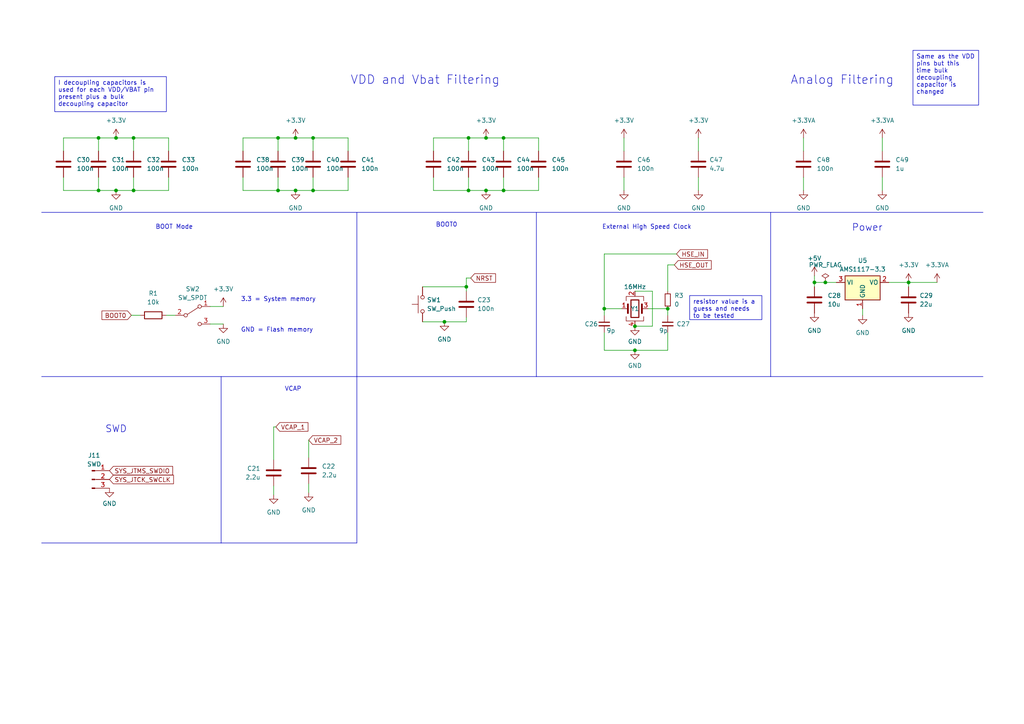
<source format=kicad_sch>
(kicad_sch (version 20230121) (generator eeschema)
  (paper "A4")
  (lib_symbols
    (symbol "Connector:Conn_01x03_Pin" (pin_names (offset 1.016) hide)
      (property "Reference" "J" (at 0 5.08 0))
      (property "Value" "Conn_01x03_Pin" (at 0 -5.08 0))
      (symbol "Conn_01x03_Pin_1_1"
        (polyline (pts (xy 1.27 -2.54) (xy 0.8636 -2.54)) (stroke (width 0.1524)))
        (polyline (pts (xy 1.27 0) (xy 0.8636 0)) (stroke (width 0.1524)))
        (polyline (pts (xy 1.27 2.54) (xy 0.8636 2.54)) (stroke (width 0.1524)))
        (rectangle (start 0.8636 -2.413) (end 0 -2.667) (stroke (width 0.1524)) (fill (type outline)))
        (rectangle (start 0.8636 0.127) (end 0 -0.127) (stroke (width 0.1524)) (fill (type outline)))
        (rectangle (start 0.8636 2.667) (end 0 2.413) (stroke (width 0.1524)) (fill (type outline)))
        (pin passive line (at 5.08 2.54 180) (length 3.81) (name "Pin_1") (number "1"))
        (pin passive line (at 5.08 0 180) (length 3.81) (name "Pin_2") (number "2"))
        (pin passive line (at 5.08 -2.54 180) (length 3.81) (name "Pin_3") (number "3"))
      )
    )
    (symbol "Device:C" (pin_numbers hide) (pin_names (offset 0.254))
      (property "Reference" "C" (at 0.635 2.54 0))
      (property "Value" "C" (at 0.635 -2.54 0))
      (symbol "C_0_1"
        (polyline (pts (xy -2.032 -0.762) (xy 2.032 -0.762)) (stroke (width 0.508)))
        (polyline (pts (xy -2.032 0.762) (xy 2.032 0.762)) (stroke (width 0.508)))
      )
      (symbol "C_1_1"
        (pin passive line (at 0 3.81 270) (length 2.794) (name "~") (number "1"))
        (pin passive line (at 0 -3.81 90) (length 2.794) (name "~") (number "2"))
      )
    )
    (symbol "Device:C_Small" (pin_numbers hide) (pin_names (offset 0.254) hide)
      (property "Reference" "C" (at 0.254 1.778 0))
      (property "Value" "C_Small" (at 0.254 -2.032 0))
      (symbol "C_Small_0_1"
        (polyline (pts (xy -1.524 -0.508) (xy 1.524 -0.508)) (stroke (width 0.3302)))
        (polyline (pts (xy -1.524 0.508) (xy 1.524 0.508)) (stroke (width 0.3048)))
      )
      (symbol "C_Small_1_1"
        (pin passive line (at 0 2.54 270) (length 2.032) (name "~") (number "1"))
        (pin passive line (at 0 -2.54 90) (length 2.032) (name "~") (number "2"))
      )
    )
    (symbol "Device:Crystal_GND24" (pin_names (offset 1.016) hide)
      (property "Reference" "Y" (at 3.175 5.08 0))
      (property "Value" "Crystal_GND24" (at 3.175 3.175 0))
      (symbol "Crystal_GND24_0_1"
        (rectangle (start -1.143 2.54) (end 1.143 -2.54) (stroke (width 0.3048)))
        (polyline (pts (xy -2.54 0) (xy -2.032 0)))
        (polyline (pts (xy -2.032 -1.27) (xy -2.032 1.27)) (stroke (width 0.508)))
        (polyline (pts (xy 0 -3.81) (xy 0 -3.556)))
        (polyline (pts (xy 0 3.556) (xy 0 3.81)))
        (polyline (pts (xy 2.032 -1.27) (xy 2.032 1.27)) (stroke (width 0.508)))
        (polyline (pts (xy 2.032 0) (xy 2.54 0)))
        (polyline (pts (xy -2.54 -2.286) (xy -2.54 -3.556) (xy 2.54 -3.556) (xy 2.54 -2.286)))
        (polyline (pts (xy -2.54 2.286) (xy -2.54 3.556) (xy 2.54 3.556) (xy 2.54 2.286)))
      )
      (symbol "Crystal_GND24_1_1"
        (pin passive line (at -3.81 0 0) (length 1.27) (name "1") (number "1"))
        (pin passive line (at 0 5.08 270) (length 1.27) (name "2") (number "2"))
        (pin passive line (at 3.81 0 180) (length 1.27) (name "3") (number "3"))
        (pin passive line (at 0 -5.08 90) (length 1.27) (name "4") (number "4"))
      )
    )
    (symbol "Device:R" (pin_numbers hide) (pin_names (offset 0))
      (property "Reference" "R" (at 2.032 0 90))
      (property "Value" "R" (at 0 0 90))
      (symbol "R_0_1"
        (rectangle (start -1.016 -2.54) (end 1.016 2.54) (stroke (width 0.254)))
      )
      (symbol "R_1_1"
        (pin passive line (at 0 3.81 270) (length 1.27) (name "~") (number "1"))
        (pin passive line (at 0 -3.81 90) (length 1.27) (name "~") (number "2"))
      )
    )
    (symbol "Device:R_Small" (pin_numbers hide) (pin_names (offset 0.254) hide)
      (property "Reference" "R" (at 0.762 0.508 0))
      (property "Value" "R_Small" (at 0.762 -1.016 0))
      (symbol "R_Small_0_1"
        (rectangle (start -0.762 1.778) (end 0.762 -1.778) (stroke (width 0.2032)))
      )
      (symbol "R_Small_1_1"
        (pin passive line (at 0 2.54 270) (length 0.762) (name "~") (number "1"))
        (pin passive line (at 0 -2.54 90) (length 0.762) (name "~") (number "2"))
      )
    )
    (symbol "Regulator_Linear:AMS1117-3.3"
      (property "Reference" "U" (at -3.81 3.175 0))
      (property "Value" "AMS1117-3.3" (at 0 3.175 0))
      (symbol "AMS1117-3.3_0_1"
        (rectangle (start -5.08 -5.08) (end 5.08 1.905) (stroke (width 0.254)) (fill (type background)))
      )
      (symbol "AMS1117-3.3_1_1"
        (pin power_in line (at 0 -7.62 90) (length 2.54) (name "GND") (number "1"))
        (pin power_out line (at 7.62 0 180) (length 2.54) (name "VO") (number "2"))
        (pin power_in line (at -7.62 0 0) (length 2.54) (name "VI") (number "3"))
      )
    )
    (symbol "Switch:SW_Push" (pin_numbers hide) (pin_names (offset 1.016) hide)
      (property "Reference" "SW" (at 1.27 2.54 0))
      (property "Value" "SW_Push" (at 0 -1.524 0))
      (symbol "SW_Push_0_1"
        (circle (center -2.032 0) (radius 0.508))
        (polyline (pts (xy 0 1.27) (xy 0 3.048)))
        (polyline (pts (xy 2.54 1.27) (xy -2.54 1.27)))
        (circle (center 2.032 0) (radius 0.508))
        (pin passive line (at -5.08 0 0) (length 2.54) (name "1") (number "1"))
        (pin passive line (at 5.08 0 180) (length 2.54) (name "2") (number "2"))
      )
    )
    (symbol "Switch:SW_SPDT" (pin_names (offset 0) hide)
      (property "Reference" "SW" (at 0 4.318 0))
      (property "Value" "SW_SPDT" (at 0 -5.08 0))
      (symbol "SW_SPDT_0_0"
        (circle (center -2.032 0) (radius 0.508))
        (circle (center 2.032 -2.54) (radius 0.508))
      )
      (symbol "SW_SPDT_0_1"
        (polyline (pts (xy -1.524 0.254) (xy 1.651 2.286)))
        (circle (center 2.032 2.54) (radius 0.508))
      )
      (symbol "SW_SPDT_1_1"
        (pin passive line (at 5.08 2.54 180) (length 2.54) (name "A") (number "1"))
        (pin passive line (at -5.08 0 0) (length 2.54) (name "B") (number "2"))
        (pin passive line (at 5.08 -2.54 180) (length 2.54) (name "C") (number "3"))
      )
    )
    (symbol "power:+3.3V" (power) (pin_names (offset 0))
      (property "Value" "+3.3V" (at 0 3.556 0))
      (symbol "+3.3V_0_1"
        (polyline (pts (xy -0.762 1.27) (xy 0 2.54)))
        (polyline (pts (xy 0 0) (xy 0 2.54)))
        (polyline (pts (xy 0 2.54) (xy 0.762 1.27)))
      )
      (symbol "+3.3V_1_1"
        (pin power_in line (at 0 0 90) (length 0) hide (name "+3.3V") (number "1"))
      )
    )
    (symbol "power:+3.3VA" (power) (pin_names (offset 0))
      (property "Value" "+3.3VA" (at 0 3.556 0))
      (symbol "+3.3VA_0_1"
        (polyline (pts (xy -0.762 1.27) (xy 0 2.54)))
        (polyline (pts (xy 0 0) (xy 0 2.54)))
        (polyline (pts (xy 0 2.54) (xy 0.762 1.27)))
      )
      (symbol "+3.3VA_1_1"
        (pin power_in line (at 0 0 90) (length 0) hide (name "+3.3VA") (number "1"))
      )
    )
    (symbol "power:+5V" (power) (pin_names (offset 0))
      (property "Value" "+5V" (at 0 3.556 0))
      (symbol "+5V_0_1"
        (polyline (pts (xy -0.762 1.27) (xy 0 2.54)))
        (polyline (pts (xy 0 0) (xy 0 2.54)))
        (polyline (pts (xy 0 2.54) (xy 0.762 1.27)))
      )
      (symbol "+5V_1_1"
        (pin power_in line (at 0 0 90) (length 0) hide (name "+5V") (number "1"))
      )
    )
    (symbol "power:GND" (power) (pin_names (offset 0))
      (property "Value" "GND" (at 0 -3.81 0))
      (symbol "GND_0_1"
        (polyline (pts (xy 0 0) (xy 0 -1.27) (xy 1.27 -1.27) (xy 0 -2.54) (xy -1.27 -1.27) (xy 0 -1.27)))
      )
      (symbol "GND_1_1"
        (pin power_in line (at 0 0 270) (length 0) hide (name "GND") (number "1"))
      )
    )
    (symbol "power:PWR_FLAG" (power) (pin_numbers hide) (pin_names (offset 0) hide)
      (property "Value" "PWR_FLAG" (at 0 3.81 0))
      (symbol "PWR_FLAG_0_0"
        (pin power_out line (at 0 0 90) (length 0) (name "pwr") (number "1"))
      )
      (symbol "PWR_FLAG_0_1"
        (polyline (pts (xy 0 0) (xy 0 1.27) (xy -1.016 1.905) (xy 0 2.54) (xy 1.016 1.905) (xy 0 1.27)))
      )
    )
  )
  (junction (at 236.22 81.915))
  (junction (at 263.525 81.915))
  (junction (at 184.15 94.615))
  (junction (at 85.725 55.245))
  (junction (at 146.05 40.005))
  (junction (at 90.805 40.005))
  (junction (at 28.575 40.005))
  (junction (at 80.645 40.005))
  (junction (at 90.805 55.245))
  (junction (at 184.15 101.6))
  (junction (at 128.905 93.345))
  (junction (at 38.735 55.245))
  (junction (at 38.735 40.005))
  (junction (at 85.725 40.005))
  (junction (at 33.655 40.005))
  (junction (at 193.675 89.535))
  (junction (at 80.645 55.245))
  (junction (at 135.255 83.185))
  (junction (at 28.575 55.245))
  (junction (at 140.97 40.005))
  (junction (at 239.395 81.915))
  (junction (at 33.655 55.245))
  (junction (at 140.97 55.245))
  (junction (at 146.05 55.245))
  (junction (at 135.89 55.245))
  (junction (at 135.89 40.005))
  (junction (at 175.26 89.535))
  (wire (pts (xy 80.645 55.245) (xy 85.725 55.245)))
  (wire (pts (xy 48.895 40.005) (xy 48.895 43.815)))
  (wire (pts (xy 175.26 101.6) (xy 184.15 101.6)))
  (wire (pts (xy 90.805 40.005) (xy 100.965 40.005)))
  (wire (pts (xy 125.73 51.435) (xy 125.73 55.245)))
  (wire (pts (xy 18.415 51.435) (xy 18.415 55.245)))
  (wire (pts (xy 236.22 80.01) (xy 236.22 81.915)))
  (wire (pts (xy 85.725 55.245) (xy 90.805 55.245)))
  (wire (pts (xy 70.485 51.435) (xy 70.485 55.245)))
  (wire (pts (xy 79.375 123.825) (xy 79.375 133.35)))
  (wire (pts (xy 18.415 40.005) (xy 28.575 40.005)))
  (polyline (pts (xy 285.115 109.22) (xy 223.52 109.22)))
  (wire (pts (xy 80.645 51.435) (xy 80.645 55.245)))
  (wire (pts (xy 175.26 73.66) (xy 196.215 73.66)))
  (wire (pts (xy 122.555 83.185) (xy 135.255 83.185)))
  (wire (pts (xy 80.645 40.005) (xy 80.645 43.815)))
  (wire (pts (xy 233.045 51.435) (xy 233.045 55.245)))
  (wire (pts (xy 193.675 91.44) (xy 193.675 89.535)))
  (wire (pts (xy 135.89 51.435) (xy 135.89 55.245)))
  (wire (pts (xy 175.26 89.535) (xy 175.26 91.44)))
  (wire (pts (xy 146.05 40.005) (xy 146.05 43.815)))
  (polyline (pts (xy 155.575 109.22) (xy 103.505 109.22)))
  (polyline (pts (xy 155.575 109.22) (xy 155.575 61.595)))
  (wire (pts (xy 233.045 40.005) (xy 233.045 43.815)))
  (wire (pts (xy 140.97 55.245) (xy 146.05 55.245)))
  (wire (pts (xy 79.375 140.97) (xy 79.375 143.51)))
  (polyline (pts (xy 12.065 61.595) (xy 285.115 61.595)))
  (wire (pts (xy 125.73 40.005) (xy 135.89 40.005)))
  (wire (pts (xy 189.23 84.455) (xy 189.23 94.615)))
  (wire (pts (xy 255.905 51.435) (xy 255.905 55.245)))
  (wire (pts (xy 90.805 55.245) (xy 100.965 55.245)))
  (wire (pts (xy 33.655 55.245) (xy 38.735 55.245)))
  (wire (pts (xy 263.525 81.915) (xy 263.525 83.185)))
  (wire (pts (xy 90.805 40.005) (xy 90.805 43.815)))
  (polyline (pts (xy 64.135 109.22) (xy 64.135 157.48)))
  (wire (pts (xy 38.735 40.005) (xy 48.895 40.005)))
  (wire (pts (xy 156.21 55.245) (xy 156.21 51.435)))
  (wire (pts (xy 193.675 76.835) (xy 195.58 76.835)))
  (wire (pts (xy 28.575 40.005) (xy 33.655 40.005)))
  (wire (pts (xy 64.77 88.9) (xy 60.96 88.9)))
  (wire (pts (xy 38.735 40.005) (xy 38.735 43.815)))
  (wire (pts (xy 175.26 96.52) (xy 175.26 101.6)))
  (wire (pts (xy 28.575 40.005) (xy 28.575 43.815)))
  (wire (pts (xy 70.485 43.815) (xy 70.485 40.005)))
  (wire (pts (xy 135.255 93.345) (xy 128.905 93.345)))
  (wire (pts (xy 193.675 84.455) (xy 193.675 76.835)))
  (wire (pts (xy 85.725 40.005) (xy 90.805 40.005)))
  (wire (pts (xy 48.26 91.44) (xy 50.8 91.44)))
  (wire (pts (xy 184.15 101.6) (xy 193.675 101.6)))
  (wire (pts (xy 135.255 83.185) (xy 135.255 80.645)))
  (wire (pts (xy 125.73 43.815) (xy 125.73 40.005)))
  (wire (pts (xy 28.575 51.435) (xy 28.575 55.245)))
  (wire (pts (xy 135.255 92.075) (xy 135.255 93.345)))
  (wire (pts (xy 135.255 84.455) (xy 135.255 83.185)))
  (wire (pts (xy 140.97 40.005) (xy 146.05 40.005)))
  (wire (pts (xy 156.21 40.005) (xy 156.21 43.815)))
  (wire (pts (xy 70.485 55.245) (xy 80.645 55.245)))
  (wire (pts (xy 263.525 81.915) (xy 271.78 81.915)))
  (wire (pts (xy 125.73 55.245) (xy 135.89 55.245)))
  (wire (pts (xy 135.255 80.645) (xy 136.525 80.645)))
  (wire (pts (xy 90.805 51.435) (xy 90.805 55.245)))
  (wire (pts (xy 28.575 55.245) (xy 33.655 55.245)))
  (wire (pts (xy 242.57 81.915) (xy 239.395 81.915)))
  (wire (pts (xy 135.89 55.245) (xy 140.97 55.245)))
  (wire (pts (xy 184.15 84.455) (xy 189.23 84.455)))
  (polyline (pts (xy 103.505 109.22) (xy 103.505 61.595)))
  (polyline (pts (xy 223.52 109.22) (xy 223.52 61.595)))
  (wire (pts (xy 18.415 55.245) (xy 28.575 55.245)))
  (wire (pts (xy 236.22 81.915) (xy 236.22 83.185)))
  (wire (pts (xy 146.05 40.005) (xy 156.21 40.005)))
  (wire (pts (xy 146.05 55.245) (xy 156.21 55.245)))
  (wire (pts (xy 189.23 94.615) (xy 184.15 94.615)))
  (wire (pts (xy 180.975 40.005) (xy 180.975 43.815)))
  (wire (pts (xy 80.645 40.005) (xy 85.725 40.005)))
  (wire (pts (xy 175.26 89.535) (xy 175.26 73.66)))
  (wire (pts (xy 193.675 101.6) (xy 193.675 96.52)))
  (polyline (pts (xy 223.52 109.22) (xy 155.575 109.22)))
  (wire (pts (xy 146.05 51.435) (xy 146.05 55.245)))
  (wire (pts (xy 100.965 55.245) (xy 100.965 51.435)))
  (wire (pts (xy 48.895 55.245) (xy 48.895 51.435)))
  (polyline (pts (xy 12.065 109.22) (xy 103.505 109.22)))
  (polyline (pts (xy 103.505 157.48) (xy 103.505 109.22)))
  (wire (pts (xy 202.565 51.435) (xy 202.565 55.245)))
  (wire (pts (xy 257.81 81.915) (xy 263.525 81.915)))
  (wire (pts (xy 70.485 40.005) (xy 80.645 40.005)))
  (wire (pts (xy 38.735 55.245) (xy 48.895 55.245)))
  (wire (pts (xy 80.01 123.825) (xy 79.375 123.825)))
  (wire (pts (xy 135.89 40.005) (xy 140.97 40.005)))
  (wire (pts (xy 64.77 93.98) (xy 60.96 93.98)))
  (wire (pts (xy 193.675 89.535) (xy 187.96 89.535)))
  (wire (pts (xy 38.1 91.44) (xy 40.64 91.44)))
  (wire (pts (xy 135.89 40.005) (xy 135.89 43.815)))
  (wire (pts (xy 128.905 93.345) (xy 122.555 93.345)))
  (wire (pts (xy 89.535 127.635) (xy 89.535 132.715)))
  (wire (pts (xy 239.395 81.915) (xy 236.22 81.915)))
  (wire (pts (xy 89.535 142.875) (xy 89.535 140.335)))
  (wire (pts (xy 18.415 43.815) (xy 18.415 40.005)))
  (wire (pts (xy 250.19 91.44) (xy 250.19 89.535)))
  (wire (pts (xy 180.34 89.535) (xy 175.26 89.535)))
  (wire (pts (xy 100.965 40.005) (xy 100.965 43.815)))
  (wire (pts (xy 255.905 40.005) (xy 255.905 43.815)))
  (wire (pts (xy 33.655 40.005) (xy 38.735 40.005)))
  (polyline (pts (xy 12.065 157.48) (xy 64.135 157.48)))
  (wire (pts (xy 180.975 51.435) (xy 180.975 55.245)))
  (wire (pts (xy 38.735 51.435) (xy 38.735 55.245)))
  (wire (pts (xy 202.565 40.005) (xy 202.565 43.815)))
  (polyline (pts (xy 64.135 157.48) (xy 103.505 157.48)))
  (text_box "resistor value is a guess and needs to be tested\n" (at 200.025 85.725 0) (size 20.955 6.985) (effects (font (size 1.27 1.27)) (justify left top)))
  (text_box "Same as the VDD pins but this time bulk decoupling capacitor is changed \n" (at 264.795 14.605 0) (size 19.05 15.875) (effects (font (size 1.27 1.27)) (justify left top)))
  (text_box "I decoupling capacitors is used for each VDD/VBAT pin present plus a bulk decoupling capacitor\n" (at 15.875 22.225 0) (size 32.385 10.16) (effects (font (size 1.27 1.27)) (justify left top)))
  (text "External High Speed Clock\n" (at 174.625 66.675 0) (effects (font (size 1.27 1.27)) (justify left bottom)))
  (text "VCAP" (at 82.55 113.665 0) (effects (font (size 1.27 1.27)) (justify left bottom)))
  (text "VDD and Vbat Filtering" (at 101.6 24.765 0) (effects (font (size 2.5 2.5)) (justify left bottom)))
  (text "SWD" (at 30.48 125.73 0) (effects (font (size 2 2)) (justify left bottom)))
  (text "Power" (at 247.015 67.31 0) (effects (font (size 2 2)) (justify left bottom)))
  (text "3.3 = System memory\n" (at 69.85 87.63 0) (effects (font (size 1.27 1.27)) (justify left bottom)))
  (text "BOOT Mode" (at 45.085 66.675 0) (effects (font (size 1.27 1.27)) (justify left bottom)))
  (text "Analog Filtering" (at 229.235 24.765 0) (effects (font (size 2.5 2.5)) (justify left bottom)))
  (text "BOOT0\n" (at 126.365 66.04 0) (effects (font (size 1.27 1.27)) (justify left bottom)))
  (text "GND = Flash memory\n" (at 69.85 96.52 0) (effects (font (size 1.27 1.27)) (justify left bottom)))
  (global_label "SYS_JTMS_SWDIO" (shape input) (at 31.75 136.525 0) (property "Intersheetrefs" "${INTERSHEET_REFS}" (effects hide)))
  (global_label "BOOT0" (shape input) (at 38.1 91.44 180) (property "Intersheetrefs" "${INTERSHEET_REFS}" (effects hide)))
  (global_label "SYS_JTCK_SWCLK" (shape input) (at 31.75 139.065 0) (property "Intersheetrefs" "${INTERSHEET_REFS}" (effects hide)))
  (global_label "HSE_IN" (shape input) (at 196.215 73.66 0) (property "Intersheetrefs" "${INTERSHEET_REFS}" (effects hide)))
  (global_label "VCAP_2" (shape input) (at 89.535 127.635 0) (property "Intersheetrefs" "${INTERSHEET_REFS}" (effects hide)))
  (global_label "HSE_OUT" (shape input) (at 195.58 76.835 0) (property "Intersheetrefs" "${INTERSHEET_REFS}" (effects hide)))
  (global_label "NRST" (shape input) (at 136.525 80.645 0) (property "Intersheetrefs" "${INTERSHEET_REFS}" (effects hide)))
  (global_label "VCAP_1" (shape input) (at 80.01 123.825 0) (property "Intersheetrefs" "${INTERSHEET_REFS}" (effects hide)))
  (symbol (lib_id "power:GND") (at 140.97 55.245 0) (unit 1)
    (property "Reference" "#PWR057" (effects hide))
    (property "Value" "GND" (at 140.97 60.325 0))
    (instances (project "rev2" (path "" (reference "#PWR057") (unit 1))) (project "Rev2.2" (path "" (reference "#PWR06") (unit 1)) (path "" (reference "#PWR044") (unit 1))))
  )
  (symbol (lib_id "Device:C_Small") (at 175.26 93.98 0) (unit 1)
    (property "Reference" "C26" (at 169.545 93.98 0) (effects (justify left)))
    (property "Value" "9p" (at 175.895 95.885 0) (effects (justify left)))
    (property "Footprint" "Capacitor_SMD:C_0603_1608Metric_Pad1.08x0.95mm_HandSolder" (effects hide))
    (instances (project "rev2" (path "" (reference "C26") (unit 1))) (project "STM32F030" (path "" (reference "C10") (unit 1))) (project "Rev2.2" (path "" (reference "C17") (unit 1)) (path "" (reference "C27") (unit 1))))
  )
  (symbol (lib_id "power:GND") (at 250.19 91.44 0) (unit 1)
    (property "Reference" "#PWR039" (effects hide))
    (property "Value" "GND" (at 250.19 96.52 0))
    (instances (project "rev2" (path "" (reference "#PWR039") (unit 1))) (project "Rev2.2" (path "" (reference "#PWR021") (unit 1)) (path "" (reference "#PWR034") (unit 1))))
  )
  (symbol (lib_id "Device:C") (at 89.535 136.525 0) (unit 1)
    (property "Reference" "C22" (at 93.345 135.255 0) (effects (justify left)))
    (property "Value" "2.2u" (at 93.345 137.795 0) (effects (justify left)))
    (property "Footprint" "Capacitor_SMD:C_0603_1608Metric_Pad1.08x0.95mm_HandSolder" (effects hide))
    (instances (project "rev2" (path "" (reference "C22") (unit 1))) (project "Rev2.2" (path "" (reference "C22") (unit 1)) (path "" (reference "C30") (unit 1))))
  )
  (symbol (lib_id "Device:C") (at 48.895 47.625 0) (unit 1)
    (property "Reference" "C33" (at 52.705 46.355 0) (effects (justify left)))
    (property "Value" "100n" (at 52.705 48.895 0) (effects (justify left)))
    (property "Footprint" "Capacitor_SMD:C_0603_1608Metric_Pad1.08x0.95mm_HandSolder" (effects hide))
    (instances (project "rev2" (path "" (reference "C33") (unit 1))) (project "Rev2.2" (path "" (reference "C4") (unit 1)) (path "" (reference "C28") (unit 1))))
  )
  (symbol (lib_id "Device:C") (at 156.21 47.625 0) (unit 1)
    (property "Reference" "C45" (at 160.02 46.355 0) (effects (justify left)))
    (property "Value" "100n" (at 160.02 48.895 0) (effects (justify left)))
    (property "Footprint" "Capacitor_SMD:C_0603_1608Metric_Pad1.08x0.95mm_HandSolder" (effects hide))
    (instances (project "rev2" (path "" (reference "C45") (unit 1))) (project "Rev2.2" (path "" (reference "C12") (unit 1)) (path "" (reference "C40") (unit 1))))
  )
  (symbol (lib_id "Device:C") (at 236.22 86.995 0) (unit 1)
    (property "Reference" "C28" (at 240.03 85.725 0) (effects (justify left)))
    (property "Value" "10u" (at 240.03 88.265 0) (effects (justify left)))
    (property "Footprint" "Capacitor_SMD:C_0603_1608Metric_Pad1.08x0.95mm_HandSolder" (effects hide))
    (instances (project "rev2" (path "" (reference "C28") (unit 1))) (project "Rev2.2" (path "" (reference "C19") (unit 1)) (path "" (reference "C26") (unit 1))))
  )
  (symbol (lib_id "Device:C_Small") (at 193.675 93.98 0) (unit 1)
    (property "Reference" "C27" (at 196.215 93.98 0) (effects (justify left)))
    (property "Value" "9p" (at 191.135 95.885 0) (effects (justify left)))
    (property "Footprint" "Capacitor_SMD:C_0603_1608Metric_Pad1.08x0.95mm_HandSolder" (effects hide))
    (instances (project "rev2" (path "" (reference "C27") (unit 1))) (project "STM32F030" (path "" (reference "C11") (unit 1))) (project "Rev2.2" (path "" (reference "C18") (unit 1)) (path "" (reference "C31") (unit 1))))
  )
  (symbol (lib_id "power:GND") (at 89.535 142.875 0) (unit 1)
    (property "Reference" "#PWR023" (effects hide))
    (property "Value" "GND" (at 89.535 147.955 0))
    (instances (project "rev2" (path "" (reference "#PWR023") (unit 1))) (project "Rev2.2" (path "" (reference "#PWR026") (unit 1)) (path "" (reference "#PWR037") (unit 1))))
  )
  (symbol (lib_id "power:GND") (at 184.15 101.6 0) (unit 1)
    (property "Reference" "#PWR030" (effects hide))
    (property "Value" "GND" (at 184.15 106.045 0))
    (instances (project "rev2" (path "" (reference "#PWR030") (unit 1))) (project "STM32F030" (path "" (reference "#PWR012") (unit 1))) (project "Rev2.2" (path "" (reference "#PWR018") (unit 1)) (path "" (reference "#PWR033") (unit 1))))
  )
  (symbol (lib_id "power:GND") (at 64.77 93.98 0) (unit 1)
    (property "Reference" "#PWR026" (effects hide))
    (property "Value" "GND" (at 64.77 99.06 0))
    (instances (project "rev2" (path "" (reference "#PWR026") (unit 1))) (project "Rev2.2" (path "" (reference "#PWR016") (unit 1)) (path "" (reference "#PWR036") (unit 1))))
  )
  (symbol (lib_id "power:GND") (at 202.565 55.245 0) (unit 1)
    (property "Reference" "#PWR061" (effects hide))
    (property "Value" "GND" (at 202.565 60.325 0))
    (instances (project "rev2" (path "" (reference "#PWR061") (unit 1))) (project "Rev2.2" (path "" (reference "#PWR010") (unit 1)) (path "" (reference "#PWR048") (unit 1))))
  )
  (symbol (lib_id "Regulator_Linear:AMS1117-3.3") (at 250.19 81.915 0) (unit 1)
    (property "Reference" "U5" (at 250.19 75.565 0))
    (property "Value" "AMS1117-3.3" (at 250.19 78.105 0))
    (property "Footprint" "Package_TO_SOT_SMD:SOT-223-3_TabPin2" (effects hide))
    (property "Datasheet" "http://www.advanced-monolithic.com/pdf/ds1117.pdf" (effects hide))
    (instances (project "rev2" (path "" (reference "U5") (unit 1))) (project "Rev2.2" (path "" (reference "U2") (unit 1)) (path "" (reference "U3") (unit 1))))
  )
  (symbol (lib_id "Device:C") (at 255.905 47.625 0) (unit 1)
    (property "Reference" "C49" (at 259.715 46.355 0) (effects (justify left)))
    (property "Value" "1u" (at 259.715 48.895 0) (effects (justify left)))
    (property "Footprint" "Capacitor_SMD:C_0603_1608Metric_Pad1.08x0.95mm_HandSolder" (effects hide))
    (instances (project "rev2" (path "" (reference "C49") (unit 1))) (project "Rev2.2" (path "" (reference "C16") (unit 1)) (path "" (reference "C44") (unit 1))))
  )
  (symbol (lib_id "Device:C") (at 38.735 47.625 0) (unit 1)
    (property "Reference" "C32" (at 42.545 46.355 0) (effects (justify left)))
    (property "Value" "100n" (at 42.545 48.895 0) (effects (justify left)))
    (property "Footprint" "Capacitor_SMD:C_0603_1608Metric_Pad1.08x0.95mm_HandSolder" (effects hide))
    (instances (project "rev2" (path "" (reference "C32") (unit 1))) (project "Rev2.2" (path "" (reference "C3") (unit 1)) (path "" (reference "C25") (unit 1))))
  )
  (symbol (lib_id "Device:Crystal_GND24") (at 184.15 89.535 0) (unit 1)
    (property "Reference" "Y1" (at 184.15 89.535 0))
    (property "Value" "16MHz" (at 184.15 83.185 0))
    (property "Footprint" "Crystal:Crystal_SMD_3225-4Pin_3.2x2.5mm" (effects hide))
    (instances (project "rev2" (path "" (reference "Y1") (unit 1))) (project "STM32F030" (path "" (reference "Y1") (unit 1))) (project "Rev2.2" (path "" (reference "Y1") (unit 1)) (path "" (reference "Y2") (unit 1))))
  )
  (symbol (lib_id "power:PWR_FLAG") (at 239.395 81.915 0) (unit 1)
    (property "Reference" "#FLG01" (effects hide))
    (property "Value" "PWR_FLAG" (at 239.395 76.835 0))
    (instances (project "rev2" (path "" (reference "#FLG01") (unit 1))) (project "Rev2.2" (path "" (reference "#FLG01") (unit 1)) (path "" (reference "#FLG02") (unit 1))))
  )
  (symbol (lib_id "Device:R") (at 44.45 91.44 90) (unit 1)
    (property "Reference" "R1" (at 44.45 85.09 90))
    (property "Value" "10k" (at 44.45 87.63 90))
    (property "Footprint" "Resistor_SMD:R_0603_1608Metric_Pad0.98x0.95mm_HandSolder" (effects hide))
    (instances (project "rev2" (path "" (reference "R1") (unit 1))) (project "Rev2.2" (path "" (reference "R1") (unit 1)) (path "" (reference "R3") (unit 1))))
  )
  (symbol (lib_id "Device:C") (at 263.525 86.995 0) (unit 1)
    (property "Reference" "C29" (at 266.7 85.725 0) (effects (justify left)))
    (property "Value" "22u" (at 266.7 88.265 0) (effects (justify left)))
    (property "Footprint" "Capacitor_SMD:C_0603_1608Metric_Pad1.08x0.95mm_HandSolder" (effects hide))
    (instances (project "rev2" (path "" (reference "C29") (unit 1))) (project "Rev2.2" (path "" (reference "C20") (unit 1)) (path "" (reference "C32") (unit 1))))
  )
  (symbol (lib_id "Device:C") (at 233.045 47.625 0) (unit 1)
    (property "Reference" "C48" (at 236.855 46.355 0) (effects (justify left)))
    (property "Value" "100n" (at 236.855 48.895 0) (effects (justify left)))
    (property "Footprint" "Capacitor_SMD:C_0603_1608Metric_Pad1.08x0.95mm_HandSolder" (effects hide))
    (instances (project "rev2" (path "" (reference "C48") (unit 1))) (project "Rev2.2" (path "" (reference "C15") (unit 1)) (path "" (reference "C43") (unit 1))))
  )
  (symbol (lib_id "Device:R_Small") (at 193.675 86.995 0) (unit 1)
    (property "Reference" "R3" (at 195.58 85.725 0) (effects (justify left)))
    (property "Value" "0" (at 195.58 88.265 0) (effects (justify left)))
    (property "Footprint" "Resistor_SMD:R_0603_1608Metric_Pad0.98x0.95mm_HandSolder" (effects hide))
    (instances (project "rev2" (path "" (reference "R3") (unit 1))) (project "STM32F030" (path "" (reference "R1") (unit 1))) (project "Rev2.2" (path "" (reference "R2") (unit 1)) (path "" (reference "R4") (unit 1))))
  )
  (symbol (lib_id "Device:C") (at 135.255 88.265 0) (unit 1)
    (property "Reference" "C23" (at 138.43 86.995 0) (effects (justify left)))
    (property "Value" "100n" (at 138.43 89.535 0) (effects (justify left)))
    (property "Footprint" "Capacitor_SMD:C_0603_1608Metric_Pad1.08x0.95mm_HandSolder" (effects hide))
    (instances (project "rev2" (path "" (reference "C23") (unit 1))) (project "Rev2.2" (path "" (reference "C45") (unit 1))))
  )
  (symbol (lib_id "Switch:SW_Push") (at 122.555 88.265 90) (unit 1)
    (property "Reference" "SW1" (at 123.825 86.995 90) (effects (justify right)))
    (property "Value" "SW_Push" (at 123.825 89.535 90) (effects (justify right)))
    (property "Footprint" "Button_Switch_SMD:SW_SPST_PTS645" (effects hide))
    (instances (project "rev2" (path "" (reference "SW1") (unit 1))) (project "Rev2.2" (path "" (reference "SW5") (unit 1))))
  )
  (symbol (lib_id "power:GND") (at 233.045 55.245 0) (unit 1)
    (property "Reference" "#PWR063" (effects hide))
    (property "Value" "GND" (at 233.045 60.325 0))
    (instances (project "rev2" (path "" (reference "#PWR063") (unit 1))) (project "Rev2.2" (path "" (reference "#PWR012") (unit 1)) (path "" (reference "#PWR050") (unit 1))))
  )
  (symbol (lib_id "power:+3.3V") (at 85.725 40.005 0) (unit 1)
    (property "Reference" "#PWR054" (effects hide))
    (property "Value" "+3.3V" (at 85.725 34.925 0))
    (instances (project "rev2" (path "" (reference "#PWR054") (unit 1))) (project "Rev2.2" (path "" (reference "#PWR03") (unit 1)) (path "" (reference "#PWR041") (unit 1))))
  )
  (symbol (lib_id "power:GND") (at 236.22 90.805 0) (unit 1)
    (property "Reference" "#PWR040" (effects hide))
    (property "Value" "GND" (at 236.22 95.885 0))
    (instances (project "rev2" (path "" (reference "#PWR040") (unit 1))) (project "Rev2.2" (path "" (reference "#PWR020") (unit 1)) (path "" (reference "#PWR030") (unit 1))))
  )
  (symbol (lib_id "power:GND") (at 33.655 55.245 0) (unit 1)
    (property "Reference" "#PWR051" (effects hide))
    (property "Value" "GND" (at 33.655 60.325 0))
    (instances (project "rev2" (path "" (reference "#PWR051") (unit 1))) (project "Rev2.2" (path "" (reference "#PWR02") (unit 1)) (path "" (reference "#PWR028") (unit 1))))
  )
  (symbol (lib_id "Device:C") (at 100.965 47.625 0) (unit 1)
    (property "Reference" "C41" (at 104.775 46.355 0) (effects (justify left)))
    (property "Value" "100n" (at 104.775 48.895 0) (effects (justify left)))
    (property "Footprint" "Capacitor_SMD:C_0603_1608Metric_Pad1.08x0.95mm_HandSolder" (effects hide))
    (instances (project "rev2" (path "" (reference "C41") (unit 1))) (project "Rev2.2" (path "" (reference "C8") (unit 1)) (path "" (reference "C36") (unit 1))))
  )
  (symbol (lib_id "power:GND") (at 180.975 55.245 0) (unit 1)
    (property "Reference" "#PWR059" (effects hide))
    (property "Value" "GND" (at 180.975 60.325 0))
    (instances (project "rev2" (path "" (reference "#PWR059") (unit 1))) (project "Rev2.2" (path "" (reference "#PWR08") (unit 1)) (path "" (reference "#PWR046") (unit 1))))
  )
  (symbol (lib_id "power:+3.3V") (at 202.565 40.005 0) (unit 1)
    (property "Reference" "#PWR060" (effects hide))
    (property "Value" "+3.3V" (at 202.565 34.925 0))
    (instances (project "rev2" (path "" (reference "#PWR060") (unit 1))) (project "Rev2.2" (path "" (reference "#PWR09") (unit 1)) (path "" (reference "#PWR047") (unit 1))))
  )
  (symbol (lib_id "power:GND") (at 85.725 55.245 0) (unit 1)
    (property "Reference" "#PWR055" (effects hide))
    (property "Value" "GND" (at 85.725 60.325 0))
    (instances (project "rev2" (path "" (reference "#PWR055") (unit 1))) (project "Rev2.2" (path "" (reference "#PWR04") (unit 1)) (path "" (reference "#PWR042") (unit 1))))
  )
  (symbol (lib_id "Device:C") (at 135.89 47.625 0) (unit 1)
    (property "Reference" "C43" (at 139.7 46.355 0) (effects (justify left)))
    (property "Value" "100n" (at 139.7 48.895 0) (effects (justify left)))
    (property "Footprint" "Capacitor_SMD:C_0603_1608Metric_Pad1.08x0.95mm_HandSolder" (effects hide))
    (instances (project "rev2" (path "" (reference "C43") (unit 1))) (project "Rev2.2" (path "" (reference "C10") (unit 1)) (path "" (reference "C38") (unit 1))))
  )
  (symbol (lib_id "Device:C") (at 70.485 47.625 0) (unit 1)
    (property "Reference" "C38" (at 74.295 46.355 0) (effects (justify left)))
    (property "Value" "100n" (at 74.295 48.895 0) (effects (justify left)))
    (property "Footprint" "Capacitor_SMD:C_0603_1608Metric_Pad1.08x0.95mm_HandSolder" (effects hide))
    (instances (project "rev2" (path "" (reference "C38") (unit 1))) (project "Rev2.2" (path "" (reference "C5") (unit 1)) (path "" (reference "C33") (unit 1))))
  )
  (symbol (lib_id "power:+3.3V") (at 140.97 40.005 0) (unit 1)
    (property "Reference" "#PWR056" (effects hide))
    (property "Value" "+3.3V" (at 140.97 34.925 0))
    (instances (project "rev2" (path "" (reference "#PWR056") (unit 1))) (project "Rev2.2" (path "" (reference "#PWR05") (unit 1)) (path "" (reference "#PWR043") (unit 1))))
  )
  (symbol (lib_id "power:GND") (at 128.905 93.345 0) (unit 1)
    (property "Reference" "#PWR021" (effects hide))
    (property "Value" "GND" (at 128.905 98.425 0))
    (instances (project "rev2" (path "" (reference "#PWR021") (unit 1))) (project "Rev2.2" (path "" (reference "#PWR053") (unit 1))))
  )
  (symbol (lib_id "Device:C") (at 18.415 47.625 0) (unit 1)
    (property "Reference" "C30" (at 22.225 46.355 0) (effects (justify left)))
    (property "Value" "100n" (at 22.225 48.895 0) (effects (justify left)))
    (property "Footprint" "Capacitor_SMD:C_0603_1608Metric_Pad1.08x0.95mm_HandSolder" (effects hide))
    (instances (project "rev2" (path "" (reference "C30") (unit 1))) (project "Rev2.2" (path "" (reference "C1") (unit 1)) (path "" (reference "C23") (unit 1))))
  )
  (symbol (lib_id "Device:C") (at 125.73 47.625 0) (unit 1)
    (property "Reference" "C42" (at 129.54 46.355 0) (effects (justify left)))
    (property "Value" "100n" (at 129.54 48.895 0) (effects (justify left)))
    (property "Footprint" "Capacitor_SMD:C_0603_1608Metric_Pad1.08x0.95mm_HandSolder" (effects hide))
    (instances (project "rev2" (path "" (reference "C42") (unit 1))) (project "Rev2.2" (path "" (reference "C9") (unit 1)) (path "" (reference "C37") (unit 1))))
  )
  (symbol (lib_id "power:+3.3V") (at 263.525 81.915 0) (unit 1)
    (property "Reference" "#PWR043" (effects hide))
    (property "Value" "+3.3V" (at 263.525 76.835 0))
    (instances (project "rev2" (path "" (reference "#PWR043") (unit 1))) (project "Rev2.2" (path "" (reference "#PWR022") (unit 1)) (path "" (reference "#PWR038") (unit 1))))
  )
  (symbol (lib_id "Device:C") (at 202.565 47.625 0) (unit 1)
    (property "Reference" "C47" (at 205.74 46.355 0) (effects (justify left)))
    (property "Value" "4.7u" (at 205.74 48.895 0) (effects (justify left)))
    (property "Footprint" "Capacitor_SMD:C_0603_1608Metric_Pad1.08x0.95mm_HandSolder" (effects hide))
    (instances (project "rev2" (path "" (reference "C47") (unit 1))) (project "Rev2.2" (path "" (reference "C14") (unit 1)) (path "" (reference "C42") (unit 1))))
  )
  (symbol (lib_id "power:+3.3VA") (at 271.78 81.915 0) (unit 1)
    (property "Reference" "#PWR044" (effects hide))
    (property "Value" "+3.3VA" (at 271.78 76.835 0))
    (instances (project "rev2" (path "" (reference "#PWR044") (unit 1))) (project "Rev2.2" (path "" (reference "#PWR024") (unit 1)) (path "" (reference "#PWR040") (unit 1))))
  )
  (symbol (lib_id "Device:C") (at 28.575 47.625 0) (unit 1)
    (property "Reference" "C31" (at 32.385 46.355 0) (effects (justify left)))
    (property "Value" "100n" (at 32.385 48.895 0) (effects (justify left)))
    (property "Footprint" "Capacitor_SMD:C_0603_1608Metric_Pad1.08x0.95mm_HandSolder" (effects hide))
    (instances (project "rev2" (path "" (reference "C31") (unit 1))) (project "Rev2.2" (path "" (reference "C2") (unit 1)) (path "" (reference "C24") (unit 1))))
  )
  (symbol (lib_id "Device:C") (at 146.05 47.625 0) (unit 1)
    (property "Reference" "C44" (at 149.86 46.355 0) (effects (justify left)))
    (property "Value" "100n" (at 149.86 48.895 0) (effects (justify left)))
    (property "Footprint" "Capacitor_SMD:C_0603_1608Metric_Pad1.08x0.95mm_HandSolder" (effects hide))
    (instances (project "rev2" (path "" (reference "C44") (unit 1))) (project "Rev2.2" (path "" (reference "C11") (unit 1)) (path "" (reference "C39") (unit 1))))
  )
  (symbol (lib_id "Device:C") (at 79.375 137.16 0) (mirror y) (unit 1)
    (property "Reference" "C21" (at 75.565 135.89 0) (effects (justify left)))
    (property "Value" "2.2u" (at 75.565 138.43 0) (effects (justify left)))
    (property "Footprint" "Capacitor_SMD:C_0603_1608Metric_Pad1.08x0.95mm_HandSolder" (effects hide))
    (instances (project "rev2" (path "" (reference "C21") (unit 1))) (project "Rev2.2" (path "" (reference "C21") (unit 1)) (path "" (reference "C29") (unit 1))))
  )
  (symbol (lib_id "power:+3.3V") (at 33.655 40.005 0) (unit 1)
    (property "Reference" "#PWR050" (effects hide))
    (property "Value" "+3.3V" (at 33.655 34.925 0))
    (instances (project "rev2" (path "" (reference "#PWR050") (unit 1))) (project "Rev2.2" (path "" (reference "#PWR01") (unit 1)) (path "" (reference "#PWR027") (unit 1))))
  )
  (symbol (lib_id "power:+5V") (at 236.22 80.01 0) (unit 1)
    (property "Reference" "#PWR042" (effects hide))
    (property "Value" "+5V" (at 236.22 74.93 0))
    (instances (project "rev2" (path "" (reference "#PWR042") (unit 1))) (project "Rev2.2" (path "" (reference "#PWR019") (unit 1)) (path "" (reference "#PWR029") (unit 1))))
  )
  (symbol (lib_id "power:GND") (at 31.75 141.605 0) (unit 1)
    (property "Reference" "#PWR05" (effects hide))
    (property "Value" "GND" (at 31.75 146.05 0))
    (instances (project "rev2" (path "" (reference "#PWR05") (unit 1))) (project "Rev2.2" (path "" (reference "#PWR06") (unit 1))))
  )
  (symbol (lib_id "power:GND") (at 263.525 90.805 0) (unit 1)
    (property "Reference" "#PWR041" (effects hide))
    (property "Value" "GND" (at 263.525 95.885 0))
    (instances (project "rev2" (path "" (reference "#PWR041") (unit 1))) (project "Rev2.2" (path "" (reference "#PWR023") (unit 1)) (path "" (reference "#PWR039") (unit 1))))
  )
  (symbol (lib_id "Connector:Conn_01x03_Pin") (at 26.67 139.065 0) (unit 1)
    (property "Reference" "J11" (at 27.305 132.08 0))
    (property "Value" "SWD" (at 27.305 134.62 0))
    (property "Footprint" "Connector_PinHeader_2.54mm:PinHeader_1x03_P2.54mm_Vertical" (effects hide))
    (instances (project "rev2" (path "" (reference "J11") (unit 1))) (project "Rev2.2" (path "" (reference "J5") (unit 1))))
  )
  (symbol (lib_id "power:+3.3VA") (at 255.905 40.005 0) (unit 1)
    (property "Reference" "#PWR064" (effects hide))
    (property "Value" "+3.3VA" (at 255.905 34.925 0))
    (instances (project "rev2" (path "" (reference "#PWR064") (unit 1))) (project "Rev2.2" (path "" (reference "#PWR013") (unit 1)) (path "" (reference "#PWR051") (unit 1))))
  )
  (symbol (lib_id "power:+3.3VA") (at 233.045 40.005 0) (unit 1)
    (property "Reference" "#PWR062" (effects hide))
    (property "Value" "+3.3VA" (at 233.045 34.925 0))
    (instances (project "rev2" (path "" (reference "#PWR062") (unit 1))) (project "Rev2.2" (path "" (reference "#PWR011") (unit 1)) (path "" (reference "#PWR049") (unit 1))))
  )
  (symbol (lib_id "Switch:SW_SPDT") (at 55.88 91.44 0) (unit 1)
    (property "Reference" "SW2" (at 55.88 83.82 0))
    (property "Value" "SW_SPDT" (at 55.88 86.36 0))
    (property "Footprint" "Button_Switch_SMD:SW_SPDT_PCM12" (effects hide))
    (instances (project "rev2" (path "" (reference "SW2") (unit 1))) (project "Rev2.2" (path "" (reference "SW1") (unit 1)) (path "" (reference "SW3") (unit 1))))
  )
  (symbol (lib_id "power:+3.3V") (at 180.975 40.005 0) (unit 1)
    (property "Reference" "#PWR058" (effects hide))
    (property "Value" "+3.3V" (at 180.975 34.925 0))
    (instances (project "rev2" (path "" (reference "#PWR058") (unit 1))) (project "Rev2.2" (path "" (reference "#PWR07") (unit 1)) (path "" (reference "#PWR045") (unit 1))))
  )
  (symbol (lib_id "power:GND") (at 255.905 55.245 0) (unit 1)
    (property "Reference" "#PWR065" (effects hide))
    (property "Value" "GND" (at 255.905 60.325 0))
    (instances (project "rev2" (path "" (reference "#PWR065") (unit 1))) (project "Rev2.2" (path "" (reference "#PWR014") (unit 1)) (path "" (reference "#PWR052") (unit 1))))
  )
  (symbol (lib_id "Device:C") (at 80.645 47.625 0) (unit 1)
    (property "Reference" "C39" (at 84.455 46.355 0) (effects (justify left)))
    (property "Value" "100n" (at 84.455 48.895 0) (effects (justify left)))
    (property "Footprint" "Capacitor_SMD:C_0603_1608Metric_Pad1.08x0.95mm_HandSolder" (effects hide))
    (instances (project "rev2" (path "" (reference "C39") (unit 1))) (project "Rev2.2" (path "" (reference "C6") (unit 1)) (path "" (reference "C34") (unit 1))))
  )
  (symbol (lib_id "power:GND") (at 79.375 143.51 0) (unit 1)
    (property "Reference" "#PWR022" (effects hide))
    (property "Value" "GND" (at 79.375 148.59 0))
    (instances (project "rev2" (path "" (reference "#PWR022") (unit 1))) (project "Rev2.2" (path "" (reference "#PWR025") (unit 1)) (path "" (reference "#PWR031") (unit 1))))
  )
  (symbol (lib_id "Device:C") (at 180.975 47.625 0) (unit 1)
    (property "Reference" "C46" (at 184.785 46.355 0) (effects (justify left)))
    (property "Value" "100n" (at 184.785 48.895 0) (effects (justify left)))
    (property "Footprint" "Capacitor_SMD:C_0603_1608Metric_Pad1.08x0.95mm_HandSolder" (effects hide))
    (instances (project "rev2" (path "" (reference "C46") (unit 1))) (project "Rev2.2" (path "" (reference "C13") (unit 1)) (path "" (reference "C41") (unit 1))))
  )
  (symbol (lib_id "power:GND") (at 184.15 94.615 0) (unit 1)
    (property "Reference" "#PWR029" (effects hide))
    (property "Value" "GND" (at 184.15 99.06 0))
    (instances (project "rev2" (path "" (reference "#PWR029") (unit 1))) (project "STM32F030" (path "" (reference "#PWR011") (unit 1))) (project "Rev2.2" (path "" (reference "#PWR017") (unit 1)) (path "" (reference "#PWR032") (unit 1))))
  )
  (symbol (lib_id "Device:C") (at 90.805 47.625 0) (unit 1)
    (property "Reference" "C40" (at 94.615 46.355 0) (effects (justify left)))
    (property "Value" "100n" (at 94.615 48.895 0) (effects (justify left)))
    (property "Footprint" "Capacitor_SMD:C_0603_1608Metric_Pad1.08x0.95mm_HandSolder" (effects hide))
    (instances (project "rev2" (path "" (reference "C40") (unit 1))) (project "Rev2.2" (path "" (reference "C7") (unit 1)) (path "" (reference "C35") (unit 1))))
  )
  (symbol (lib_id "power:+3.3V") (at 64.77 88.9 0) (unit 1)
    (property "Reference" "#PWR025" (effects hide))
    (property "Value" "+3.3V" (at 64.77 83.82 0))
    (instances (project "rev2" (path "" (reference "#PWR025") (unit 1))) (project "Rev2.2" (path "" (reference "#PWR015") (unit 1)) (path "" (reference "#PWR035") (unit 1))))
  )
)
</source>
